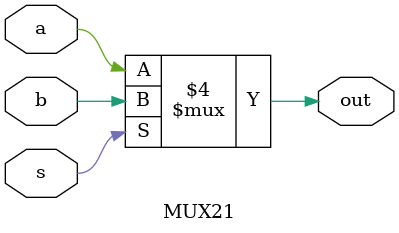
<source format=v>
module MUX21(a,b,s,out);
input a,b,s;
output reg out;
always@(a or b or s)
begin 
if (s==1)
out= b;
else 
out=a;
end 
endmodule
</source>
